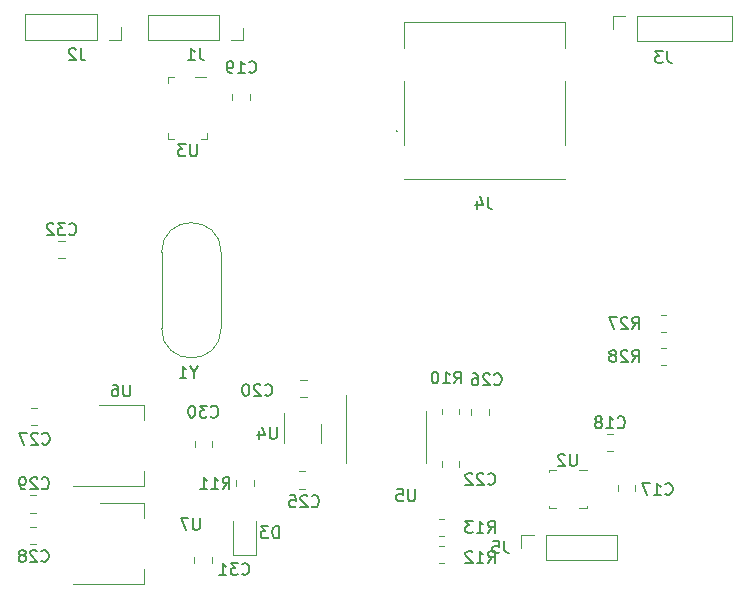
<source format=gbr>
%TF.GenerationSoftware,KiCad,Pcbnew,(6.0.2)*%
%TF.CreationDate,2022-10-19T15:06:20+05:30*%
%TF.ProjectId,flight_controller,666c6967-6874-45f6-936f-6e74726f6c6c,rev?*%
%TF.SameCoordinates,Original*%
%TF.FileFunction,Legend,Bot*%
%TF.FilePolarity,Positive*%
%FSLAX46Y46*%
G04 Gerber Fmt 4.6, Leading zero omitted, Abs format (unit mm)*
G04 Created by KiCad (PCBNEW (6.0.2)) date 2022-10-19 15:06:20*
%MOMM*%
%LPD*%
G01*
G04 APERTURE LIST*
%ADD10C,0.150000*%
%ADD11C,0.120000*%
%ADD12C,0.100000*%
G04 APERTURE END LIST*
D10*
%TO.C,J3*%
X112333333Y-103932380D02*
X112333333Y-104646666D01*
X112380952Y-104789523D01*
X112476190Y-104884761D01*
X112619047Y-104932380D01*
X112714285Y-104932380D01*
X111952380Y-103932380D02*
X111333333Y-103932380D01*
X111666666Y-104313333D01*
X111523809Y-104313333D01*
X111428571Y-104360952D01*
X111380952Y-104408571D01*
X111333333Y-104503809D01*
X111333333Y-104741904D01*
X111380952Y-104837142D01*
X111428571Y-104884761D01*
X111523809Y-104932380D01*
X111809523Y-104932380D01*
X111904761Y-104884761D01*
X111952380Y-104837142D01*
%TO.C,R13*%
X97162857Y-144724380D02*
X97496190Y-144248190D01*
X97734285Y-144724380D02*
X97734285Y-143724380D01*
X97353333Y-143724380D01*
X97258095Y-143772000D01*
X97210476Y-143819619D01*
X97162857Y-143914857D01*
X97162857Y-144057714D01*
X97210476Y-144152952D01*
X97258095Y-144200571D01*
X97353333Y-144248190D01*
X97734285Y-144248190D01*
X96210476Y-144724380D02*
X96781904Y-144724380D01*
X96496190Y-144724380D02*
X96496190Y-143724380D01*
X96591428Y-143867238D01*
X96686666Y-143962476D01*
X96781904Y-144010095D01*
X95877142Y-143724380D02*
X95258095Y-143724380D01*
X95591428Y-144105333D01*
X95448571Y-144105333D01*
X95353333Y-144152952D01*
X95305714Y-144200571D01*
X95258095Y-144295809D01*
X95258095Y-144533904D01*
X95305714Y-144629142D01*
X95353333Y-144676761D01*
X95448571Y-144724380D01*
X95734285Y-144724380D01*
X95829523Y-144676761D01*
X95877142Y-144629142D01*
%TO.C,J2*%
X62673333Y-103712380D02*
X62673333Y-104426666D01*
X62720952Y-104569523D01*
X62816190Y-104664761D01*
X62959047Y-104712380D01*
X63054285Y-104712380D01*
X62244761Y-103807619D02*
X62197142Y-103760000D01*
X62101904Y-103712380D01*
X61863809Y-103712380D01*
X61768571Y-103760000D01*
X61720952Y-103807619D01*
X61673333Y-103902857D01*
X61673333Y-103998095D01*
X61720952Y-104140952D01*
X62292380Y-104712380D01*
X61673333Y-104712380D01*
%TO.C,C18*%
X108142857Y-135777142D02*
X108190476Y-135824761D01*
X108333333Y-135872380D01*
X108428571Y-135872380D01*
X108571428Y-135824761D01*
X108666666Y-135729523D01*
X108714285Y-135634285D01*
X108761904Y-135443809D01*
X108761904Y-135300952D01*
X108714285Y-135110476D01*
X108666666Y-135015238D01*
X108571428Y-134920000D01*
X108428571Y-134872380D01*
X108333333Y-134872380D01*
X108190476Y-134920000D01*
X108142857Y-134967619D01*
X107190476Y-135872380D02*
X107761904Y-135872380D01*
X107476190Y-135872380D02*
X107476190Y-134872380D01*
X107571428Y-135015238D01*
X107666666Y-135110476D01*
X107761904Y-135158095D01*
X106619047Y-135300952D02*
X106714285Y-135253333D01*
X106761904Y-135205714D01*
X106809523Y-135110476D01*
X106809523Y-135062857D01*
X106761904Y-134967619D01*
X106714285Y-134920000D01*
X106619047Y-134872380D01*
X106428571Y-134872380D01*
X106333333Y-134920000D01*
X106285714Y-134967619D01*
X106238095Y-135062857D01*
X106238095Y-135110476D01*
X106285714Y-135205714D01*
X106333333Y-135253333D01*
X106428571Y-135300952D01*
X106619047Y-135300952D01*
X106714285Y-135348571D01*
X106761904Y-135396190D01*
X106809523Y-135491428D01*
X106809523Y-135681904D01*
X106761904Y-135777142D01*
X106714285Y-135824761D01*
X106619047Y-135872380D01*
X106428571Y-135872380D01*
X106333333Y-135824761D01*
X106285714Y-135777142D01*
X106238095Y-135681904D01*
X106238095Y-135491428D01*
X106285714Y-135396190D01*
X106333333Y-135348571D01*
X106428571Y-135300952D01*
%TO.C,C32*%
X61692857Y-119427142D02*
X61740476Y-119474761D01*
X61883333Y-119522380D01*
X61978571Y-119522380D01*
X62121428Y-119474761D01*
X62216666Y-119379523D01*
X62264285Y-119284285D01*
X62311904Y-119093809D01*
X62311904Y-118950952D01*
X62264285Y-118760476D01*
X62216666Y-118665238D01*
X62121428Y-118570000D01*
X61978571Y-118522380D01*
X61883333Y-118522380D01*
X61740476Y-118570000D01*
X61692857Y-118617619D01*
X61359523Y-118522380D02*
X60740476Y-118522380D01*
X61073809Y-118903333D01*
X60930952Y-118903333D01*
X60835714Y-118950952D01*
X60788095Y-118998571D01*
X60740476Y-119093809D01*
X60740476Y-119331904D01*
X60788095Y-119427142D01*
X60835714Y-119474761D01*
X60930952Y-119522380D01*
X61216666Y-119522380D01*
X61311904Y-119474761D01*
X61359523Y-119427142D01*
X60359523Y-118617619D02*
X60311904Y-118570000D01*
X60216666Y-118522380D01*
X59978571Y-118522380D01*
X59883333Y-118570000D01*
X59835714Y-118617619D01*
X59788095Y-118712857D01*
X59788095Y-118808095D01*
X59835714Y-118950952D01*
X60407142Y-119522380D01*
X59788095Y-119522380D01*
%TO.C,C29*%
X59382857Y-140937142D02*
X59430476Y-140984761D01*
X59573333Y-141032380D01*
X59668571Y-141032380D01*
X59811428Y-140984761D01*
X59906666Y-140889523D01*
X59954285Y-140794285D01*
X60001904Y-140603809D01*
X60001904Y-140460952D01*
X59954285Y-140270476D01*
X59906666Y-140175238D01*
X59811428Y-140080000D01*
X59668571Y-140032380D01*
X59573333Y-140032380D01*
X59430476Y-140080000D01*
X59382857Y-140127619D01*
X59001904Y-140127619D02*
X58954285Y-140080000D01*
X58859047Y-140032380D01*
X58620952Y-140032380D01*
X58525714Y-140080000D01*
X58478095Y-140127619D01*
X58430476Y-140222857D01*
X58430476Y-140318095D01*
X58478095Y-140460952D01*
X59049523Y-141032380D01*
X58430476Y-141032380D01*
X57954285Y-141032380D02*
X57763809Y-141032380D01*
X57668571Y-140984761D01*
X57620952Y-140937142D01*
X57525714Y-140794285D01*
X57478095Y-140603809D01*
X57478095Y-140222857D01*
X57525714Y-140127619D01*
X57573333Y-140080000D01*
X57668571Y-140032380D01*
X57859047Y-140032380D01*
X57954285Y-140080000D01*
X58001904Y-140127619D01*
X58049523Y-140222857D01*
X58049523Y-140460952D01*
X58001904Y-140556190D01*
X57954285Y-140603809D01*
X57859047Y-140651428D01*
X57668571Y-140651428D01*
X57573333Y-140603809D01*
X57525714Y-140556190D01*
X57478095Y-140460952D01*
%TO.C,C27*%
X59422857Y-137157142D02*
X59470476Y-137204761D01*
X59613333Y-137252380D01*
X59708571Y-137252380D01*
X59851428Y-137204761D01*
X59946666Y-137109523D01*
X59994285Y-137014285D01*
X60041904Y-136823809D01*
X60041904Y-136680952D01*
X59994285Y-136490476D01*
X59946666Y-136395238D01*
X59851428Y-136300000D01*
X59708571Y-136252380D01*
X59613333Y-136252380D01*
X59470476Y-136300000D01*
X59422857Y-136347619D01*
X59041904Y-136347619D02*
X58994285Y-136300000D01*
X58899047Y-136252380D01*
X58660952Y-136252380D01*
X58565714Y-136300000D01*
X58518095Y-136347619D01*
X58470476Y-136442857D01*
X58470476Y-136538095D01*
X58518095Y-136680952D01*
X59089523Y-137252380D01*
X58470476Y-137252380D01*
X58137142Y-136252380D02*
X57470476Y-136252380D01*
X57899047Y-137252380D01*
%TO.C,R11*%
X74702857Y-141022380D02*
X75036190Y-140546190D01*
X75274285Y-141022380D02*
X75274285Y-140022380D01*
X74893333Y-140022380D01*
X74798095Y-140070000D01*
X74750476Y-140117619D01*
X74702857Y-140212857D01*
X74702857Y-140355714D01*
X74750476Y-140450952D01*
X74798095Y-140498571D01*
X74893333Y-140546190D01*
X75274285Y-140546190D01*
X73750476Y-141022380D02*
X74321904Y-141022380D01*
X74036190Y-141022380D02*
X74036190Y-140022380D01*
X74131428Y-140165238D01*
X74226666Y-140260476D01*
X74321904Y-140308095D01*
X72798095Y-141022380D02*
X73369523Y-141022380D01*
X73083809Y-141022380D02*
X73083809Y-140022380D01*
X73179047Y-140165238D01*
X73274285Y-140260476D01*
X73369523Y-140308095D01*
%TO.C,C19*%
X76932857Y-105687142D02*
X76980476Y-105734761D01*
X77123333Y-105782380D01*
X77218571Y-105782380D01*
X77361428Y-105734761D01*
X77456666Y-105639523D01*
X77504285Y-105544285D01*
X77551904Y-105353809D01*
X77551904Y-105210952D01*
X77504285Y-105020476D01*
X77456666Y-104925238D01*
X77361428Y-104830000D01*
X77218571Y-104782380D01*
X77123333Y-104782380D01*
X76980476Y-104830000D01*
X76932857Y-104877619D01*
X75980476Y-105782380D02*
X76551904Y-105782380D01*
X76266190Y-105782380D02*
X76266190Y-104782380D01*
X76361428Y-104925238D01*
X76456666Y-105020476D01*
X76551904Y-105068095D01*
X75504285Y-105782380D02*
X75313809Y-105782380D01*
X75218571Y-105734761D01*
X75170952Y-105687142D01*
X75075714Y-105544285D01*
X75028095Y-105353809D01*
X75028095Y-104972857D01*
X75075714Y-104877619D01*
X75123333Y-104830000D01*
X75218571Y-104782380D01*
X75409047Y-104782380D01*
X75504285Y-104830000D01*
X75551904Y-104877619D01*
X75599523Y-104972857D01*
X75599523Y-105210952D01*
X75551904Y-105306190D01*
X75504285Y-105353809D01*
X75409047Y-105401428D01*
X75218571Y-105401428D01*
X75123333Y-105353809D01*
X75075714Y-105306190D01*
X75028095Y-105210952D01*
%TO.C,C25*%
X82242857Y-142457142D02*
X82290476Y-142504761D01*
X82433333Y-142552380D01*
X82528571Y-142552380D01*
X82671428Y-142504761D01*
X82766666Y-142409523D01*
X82814285Y-142314285D01*
X82861904Y-142123809D01*
X82861904Y-141980952D01*
X82814285Y-141790476D01*
X82766666Y-141695238D01*
X82671428Y-141600000D01*
X82528571Y-141552380D01*
X82433333Y-141552380D01*
X82290476Y-141600000D01*
X82242857Y-141647619D01*
X81861904Y-141647619D02*
X81814285Y-141600000D01*
X81719047Y-141552380D01*
X81480952Y-141552380D01*
X81385714Y-141600000D01*
X81338095Y-141647619D01*
X81290476Y-141742857D01*
X81290476Y-141838095D01*
X81338095Y-141980952D01*
X81909523Y-142552380D01*
X81290476Y-142552380D01*
X80385714Y-141552380D02*
X80861904Y-141552380D01*
X80909523Y-142028571D01*
X80861904Y-141980952D01*
X80766666Y-141933333D01*
X80528571Y-141933333D01*
X80433333Y-141980952D01*
X80385714Y-142028571D01*
X80338095Y-142123809D01*
X80338095Y-142361904D01*
X80385714Y-142457142D01*
X80433333Y-142504761D01*
X80528571Y-142552380D01*
X80766666Y-142552380D01*
X80861904Y-142504761D01*
X80909523Y-142457142D01*
%TO.C,C26*%
X97692857Y-132137142D02*
X97740476Y-132184761D01*
X97883333Y-132232380D01*
X97978571Y-132232380D01*
X98121428Y-132184761D01*
X98216666Y-132089523D01*
X98264285Y-131994285D01*
X98311904Y-131803809D01*
X98311904Y-131660952D01*
X98264285Y-131470476D01*
X98216666Y-131375238D01*
X98121428Y-131280000D01*
X97978571Y-131232380D01*
X97883333Y-131232380D01*
X97740476Y-131280000D01*
X97692857Y-131327619D01*
X97311904Y-131327619D02*
X97264285Y-131280000D01*
X97169047Y-131232380D01*
X96930952Y-131232380D01*
X96835714Y-131280000D01*
X96788095Y-131327619D01*
X96740476Y-131422857D01*
X96740476Y-131518095D01*
X96788095Y-131660952D01*
X97359523Y-132232380D01*
X96740476Y-132232380D01*
X95883333Y-131232380D02*
X96073809Y-131232380D01*
X96169047Y-131280000D01*
X96216666Y-131327619D01*
X96311904Y-131470476D01*
X96359523Y-131660952D01*
X96359523Y-132041904D01*
X96311904Y-132137142D01*
X96264285Y-132184761D01*
X96169047Y-132232380D01*
X95978571Y-132232380D01*
X95883333Y-132184761D01*
X95835714Y-132137142D01*
X95788095Y-132041904D01*
X95788095Y-131803809D01*
X95835714Y-131708571D01*
X95883333Y-131660952D01*
X95978571Y-131613333D01*
X96169047Y-131613333D01*
X96264285Y-131660952D01*
X96311904Y-131708571D01*
X96359523Y-131803809D01*
%TO.C,R28*%
X109354857Y-130246380D02*
X109688190Y-129770190D01*
X109926285Y-130246380D02*
X109926285Y-129246380D01*
X109545333Y-129246380D01*
X109450095Y-129294000D01*
X109402476Y-129341619D01*
X109354857Y-129436857D01*
X109354857Y-129579714D01*
X109402476Y-129674952D01*
X109450095Y-129722571D01*
X109545333Y-129770190D01*
X109926285Y-129770190D01*
X108973904Y-129341619D02*
X108926285Y-129294000D01*
X108831047Y-129246380D01*
X108592952Y-129246380D01*
X108497714Y-129294000D01*
X108450095Y-129341619D01*
X108402476Y-129436857D01*
X108402476Y-129532095D01*
X108450095Y-129674952D01*
X109021523Y-130246380D01*
X108402476Y-130246380D01*
X107831047Y-129674952D02*
X107926285Y-129627333D01*
X107973904Y-129579714D01*
X108021523Y-129484476D01*
X108021523Y-129436857D01*
X107973904Y-129341619D01*
X107926285Y-129294000D01*
X107831047Y-129246380D01*
X107640571Y-129246380D01*
X107545333Y-129294000D01*
X107497714Y-129341619D01*
X107450095Y-129436857D01*
X107450095Y-129484476D01*
X107497714Y-129579714D01*
X107545333Y-129627333D01*
X107640571Y-129674952D01*
X107831047Y-129674952D01*
X107926285Y-129722571D01*
X107973904Y-129770190D01*
X108021523Y-129865428D01*
X108021523Y-130055904D01*
X107973904Y-130151142D01*
X107926285Y-130198761D01*
X107831047Y-130246380D01*
X107640571Y-130246380D01*
X107545333Y-130198761D01*
X107497714Y-130151142D01*
X107450095Y-130055904D01*
X107450095Y-129865428D01*
X107497714Y-129770190D01*
X107545333Y-129722571D01*
X107640571Y-129674952D01*
%TO.C,U5*%
X90981904Y-141042380D02*
X90981904Y-141851904D01*
X90934285Y-141947142D01*
X90886666Y-141994761D01*
X90791428Y-142042380D01*
X90600952Y-142042380D01*
X90505714Y-141994761D01*
X90458095Y-141947142D01*
X90410476Y-141851904D01*
X90410476Y-141042380D01*
X89458095Y-141042380D02*
X89934285Y-141042380D01*
X89981904Y-141518571D01*
X89934285Y-141470952D01*
X89839047Y-141423333D01*
X89600952Y-141423333D01*
X89505714Y-141470952D01*
X89458095Y-141518571D01*
X89410476Y-141613809D01*
X89410476Y-141851904D01*
X89458095Y-141947142D01*
X89505714Y-141994761D01*
X89600952Y-142042380D01*
X89839047Y-142042380D01*
X89934285Y-141994761D01*
X89981904Y-141947142D01*
%TO.C,U4*%
X79261904Y-135772380D02*
X79261904Y-136581904D01*
X79214285Y-136677142D01*
X79166666Y-136724761D01*
X79071428Y-136772380D01*
X78880952Y-136772380D01*
X78785714Y-136724761D01*
X78738095Y-136677142D01*
X78690476Y-136581904D01*
X78690476Y-135772380D01*
X77785714Y-136105714D02*
X77785714Y-136772380D01*
X78023809Y-135724761D02*
X78261904Y-136439047D01*
X77642857Y-136439047D01*
%TO.C,C22*%
X97162857Y-140565142D02*
X97210476Y-140612761D01*
X97353333Y-140660380D01*
X97448571Y-140660380D01*
X97591428Y-140612761D01*
X97686666Y-140517523D01*
X97734285Y-140422285D01*
X97781904Y-140231809D01*
X97781904Y-140088952D01*
X97734285Y-139898476D01*
X97686666Y-139803238D01*
X97591428Y-139708000D01*
X97448571Y-139660380D01*
X97353333Y-139660380D01*
X97210476Y-139708000D01*
X97162857Y-139755619D01*
X96781904Y-139755619D02*
X96734285Y-139708000D01*
X96639047Y-139660380D01*
X96400952Y-139660380D01*
X96305714Y-139708000D01*
X96258095Y-139755619D01*
X96210476Y-139850857D01*
X96210476Y-139946095D01*
X96258095Y-140088952D01*
X96829523Y-140660380D01*
X96210476Y-140660380D01*
X95829523Y-139755619D02*
X95781904Y-139708000D01*
X95686666Y-139660380D01*
X95448571Y-139660380D01*
X95353333Y-139708000D01*
X95305714Y-139755619D01*
X95258095Y-139850857D01*
X95258095Y-139946095D01*
X95305714Y-140088952D01*
X95877142Y-140660380D01*
X95258095Y-140660380D01*
%TO.C,Y1*%
X72256190Y-131126190D02*
X72256190Y-131602380D01*
X72589523Y-130602380D02*
X72256190Y-131126190D01*
X71922857Y-130602380D01*
X71065714Y-131602380D02*
X71637142Y-131602380D01*
X71351428Y-131602380D02*
X71351428Y-130602380D01*
X71446666Y-130745238D01*
X71541904Y-130840476D01*
X71637142Y-130888095D01*
%TO.C,C20*%
X78282857Y-133027142D02*
X78330476Y-133074761D01*
X78473333Y-133122380D01*
X78568571Y-133122380D01*
X78711428Y-133074761D01*
X78806666Y-132979523D01*
X78854285Y-132884285D01*
X78901904Y-132693809D01*
X78901904Y-132550952D01*
X78854285Y-132360476D01*
X78806666Y-132265238D01*
X78711428Y-132170000D01*
X78568571Y-132122380D01*
X78473333Y-132122380D01*
X78330476Y-132170000D01*
X78282857Y-132217619D01*
X77901904Y-132217619D02*
X77854285Y-132170000D01*
X77759047Y-132122380D01*
X77520952Y-132122380D01*
X77425714Y-132170000D01*
X77378095Y-132217619D01*
X77330476Y-132312857D01*
X77330476Y-132408095D01*
X77378095Y-132550952D01*
X77949523Y-133122380D01*
X77330476Y-133122380D01*
X76711428Y-132122380D02*
X76616190Y-132122380D01*
X76520952Y-132170000D01*
X76473333Y-132217619D01*
X76425714Y-132312857D01*
X76378095Y-132503333D01*
X76378095Y-132741428D01*
X76425714Y-132931904D01*
X76473333Y-133027142D01*
X76520952Y-133074761D01*
X76616190Y-133122380D01*
X76711428Y-133122380D01*
X76806666Y-133074761D01*
X76854285Y-133027142D01*
X76901904Y-132931904D01*
X76949523Y-132741428D01*
X76949523Y-132503333D01*
X76901904Y-132312857D01*
X76854285Y-132217619D01*
X76806666Y-132170000D01*
X76711428Y-132122380D01*
%TO.C,C17*%
X112172857Y-141427142D02*
X112220476Y-141474761D01*
X112363333Y-141522380D01*
X112458571Y-141522380D01*
X112601428Y-141474761D01*
X112696666Y-141379523D01*
X112744285Y-141284285D01*
X112791904Y-141093809D01*
X112791904Y-140950952D01*
X112744285Y-140760476D01*
X112696666Y-140665238D01*
X112601428Y-140570000D01*
X112458571Y-140522380D01*
X112363333Y-140522380D01*
X112220476Y-140570000D01*
X112172857Y-140617619D01*
X111220476Y-141522380D02*
X111791904Y-141522380D01*
X111506190Y-141522380D02*
X111506190Y-140522380D01*
X111601428Y-140665238D01*
X111696666Y-140760476D01*
X111791904Y-140808095D01*
X110887142Y-140522380D02*
X110220476Y-140522380D01*
X110649047Y-141522380D01*
%TO.C,U2*%
X104661904Y-138052380D02*
X104661904Y-138861904D01*
X104614285Y-138957142D01*
X104566666Y-139004761D01*
X104471428Y-139052380D01*
X104280952Y-139052380D01*
X104185714Y-139004761D01*
X104138095Y-138957142D01*
X104090476Y-138861904D01*
X104090476Y-138052380D01*
X103661904Y-138147619D02*
X103614285Y-138100000D01*
X103519047Y-138052380D01*
X103280952Y-138052380D01*
X103185714Y-138100000D01*
X103138095Y-138147619D01*
X103090476Y-138242857D01*
X103090476Y-138338095D01*
X103138095Y-138480952D01*
X103709523Y-139052380D01*
X103090476Y-139052380D01*
%TO.C,C30*%
X73702857Y-134877142D02*
X73750476Y-134924761D01*
X73893333Y-134972380D01*
X73988571Y-134972380D01*
X74131428Y-134924761D01*
X74226666Y-134829523D01*
X74274285Y-134734285D01*
X74321904Y-134543809D01*
X74321904Y-134400952D01*
X74274285Y-134210476D01*
X74226666Y-134115238D01*
X74131428Y-134020000D01*
X73988571Y-133972380D01*
X73893333Y-133972380D01*
X73750476Y-134020000D01*
X73702857Y-134067619D01*
X73369523Y-133972380D02*
X72750476Y-133972380D01*
X73083809Y-134353333D01*
X72940952Y-134353333D01*
X72845714Y-134400952D01*
X72798095Y-134448571D01*
X72750476Y-134543809D01*
X72750476Y-134781904D01*
X72798095Y-134877142D01*
X72845714Y-134924761D01*
X72940952Y-134972380D01*
X73226666Y-134972380D01*
X73321904Y-134924761D01*
X73369523Y-134877142D01*
X72131428Y-133972380D02*
X72036190Y-133972380D01*
X71940952Y-134020000D01*
X71893333Y-134067619D01*
X71845714Y-134162857D01*
X71798095Y-134353333D01*
X71798095Y-134591428D01*
X71845714Y-134781904D01*
X71893333Y-134877142D01*
X71940952Y-134924761D01*
X72036190Y-134972380D01*
X72131428Y-134972380D01*
X72226666Y-134924761D01*
X72274285Y-134877142D01*
X72321904Y-134781904D01*
X72369523Y-134591428D01*
X72369523Y-134353333D01*
X72321904Y-134162857D01*
X72274285Y-134067619D01*
X72226666Y-134020000D01*
X72131428Y-133972380D01*
%TO.C,R10*%
X94302857Y-132082380D02*
X94636190Y-131606190D01*
X94874285Y-132082380D02*
X94874285Y-131082380D01*
X94493333Y-131082380D01*
X94398095Y-131130000D01*
X94350476Y-131177619D01*
X94302857Y-131272857D01*
X94302857Y-131415714D01*
X94350476Y-131510952D01*
X94398095Y-131558571D01*
X94493333Y-131606190D01*
X94874285Y-131606190D01*
X93350476Y-132082380D02*
X93921904Y-132082380D01*
X93636190Y-132082380D02*
X93636190Y-131082380D01*
X93731428Y-131225238D01*
X93826666Y-131320476D01*
X93921904Y-131368095D01*
X92731428Y-131082380D02*
X92636190Y-131082380D01*
X92540952Y-131130000D01*
X92493333Y-131177619D01*
X92445714Y-131272857D01*
X92398095Y-131463333D01*
X92398095Y-131701428D01*
X92445714Y-131891904D01*
X92493333Y-131987142D01*
X92540952Y-132034761D01*
X92636190Y-132082380D01*
X92731428Y-132082380D01*
X92826666Y-132034761D01*
X92874285Y-131987142D01*
X92921904Y-131891904D01*
X92969523Y-131701428D01*
X92969523Y-131463333D01*
X92921904Y-131272857D01*
X92874285Y-131177619D01*
X92826666Y-131130000D01*
X92731428Y-131082380D01*
%TO.C,C31*%
X76332857Y-148207142D02*
X76380476Y-148254761D01*
X76523333Y-148302380D01*
X76618571Y-148302380D01*
X76761428Y-148254761D01*
X76856666Y-148159523D01*
X76904285Y-148064285D01*
X76951904Y-147873809D01*
X76951904Y-147730952D01*
X76904285Y-147540476D01*
X76856666Y-147445238D01*
X76761428Y-147350000D01*
X76618571Y-147302380D01*
X76523333Y-147302380D01*
X76380476Y-147350000D01*
X76332857Y-147397619D01*
X75999523Y-147302380D02*
X75380476Y-147302380D01*
X75713809Y-147683333D01*
X75570952Y-147683333D01*
X75475714Y-147730952D01*
X75428095Y-147778571D01*
X75380476Y-147873809D01*
X75380476Y-148111904D01*
X75428095Y-148207142D01*
X75475714Y-148254761D01*
X75570952Y-148302380D01*
X75856666Y-148302380D01*
X75951904Y-148254761D01*
X75999523Y-148207142D01*
X74428095Y-148302380D02*
X74999523Y-148302380D01*
X74713809Y-148302380D02*
X74713809Y-147302380D01*
X74809047Y-147445238D01*
X74904285Y-147540476D01*
X74999523Y-147588095D01*
%TO.C,J1*%
X72763333Y-103692380D02*
X72763333Y-104406666D01*
X72810952Y-104549523D01*
X72906190Y-104644761D01*
X73049047Y-104692380D01*
X73144285Y-104692380D01*
X71763333Y-104692380D02*
X72334761Y-104692380D01*
X72049047Y-104692380D02*
X72049047Y-103692380D01*
X72144285Y-103835238D01*
X72239523Y-103930476D01*
X72334761Y-103978095D01*
%TO.C,C28*%
X59342857Y-147087142D02*
X59390476Y-147134761D01*
X59533333Y-147182380D01*
X59628571Y-147182380D01*
X59771428Y-147134761D01*
X59866666Y-147039523D01*
X59914285Y-146944285D01*
X59961904Y-146753809D01*
X59961904Y-146610952D01*
X59914285Y-146420476D01*
X59866666Y-146325238D01*
X59771428Y-146230000D01*
X59628571Y-146182380D01*
X59533333Y-146182380D01*
X59390476Y-146230000D01*
X59342857Y-146277619D01*
X58961904Y-146277619D02*
X58914285Y-146230000D01*
X58819047Y-146182380D01*
X58580952Y-146182380D01*
X58485714Y-146230000D01*
X58438095Y-146277619D01*
X58390476Y-146372857D01*
X58390476Y-146468095D01*
X58438095Y-146610952D01*
X59009523Y-147182380D01*
X58390476Y-147182380D01*
X57819047Y-146610952D02*
X57914285Y-146563333D01*
X57961904Y-146515714D01*
X58009523Y-146420476D01*
X58009523Y-146372857D01*
X57961904Y-146277619D01*
X57914285Y-146230000D01*
X57819047Y-146182380D01*
X57628571Y-146182380D01*
X57533333Y-146230000D01*
X57485714Y-146277619D01*
X57438095Y-146372857D01*
X57438095Y-146420476D01*
X57485714Y-146515714D01*
X57533333Y-146563333D01*
X57628571Y-146610952D01*
X57819047Y-146610952D01*
X57914285Y-146658571D01*
X57961904Y-146706190D01*
X58009523Y-146801428D01*
X58009523Y-146991904D01*
X57961904Y-147087142D01*
X57914285Y-147134761D01*
X57819047Y-147182380D01*
X57628571Y-147182380D01*
X57533333Y-147134761D01*
X57485714Y-147087142D01*
X57438095Y-146991904D01*
X57438095Y-146801428D01*
X57485714Y-146706190D01*
X57533333Y-146658571D01*
X57628571Y-146610952D01*
%TO.C,R12*%
X97162857Y-147264380D02*
X97496190Y-146788190D01*
X97734285Y-147264380D02*
X97734285Y-146264380D01*
X97353333Y-146264380D01*
X97258095Y-146312000D01*
X97210476Y-146359619D01*
X97162857Y-146454857D01*
X97162857Y-146597714D01*
X97210476Y-146692952D01*
X97258095Y-146740571D01*
X97353333Y-146788190D01*
X97734285Y-146788190D01*
X96210476Y-147264380D02*
X96781904Y-147264380D01*
X96496190Y-147264380D02*
X96496190Y-146264380D01*
X96591428Y-146407238D01*
X96686666Y-146502476D01*
X96781904Y-146550095D01*
X95829523Y-146359619D02*
X95781904Y-146312000D01*
X95686666Y-146264380D01*
X95448571Y-146264380D01*
X95353333Y-146312000D01*
X95305714Y-146359619D01*
X95258095Y-146454857D01*
X95258095Y-146550095D01*
X95305714Y-146692952D01*
X95877142Y-147264380D01*
X95258095Y-147264380D01*
%TO.C,U3*%
X72511904Y-111832380D02*
X72511904Y-112641904D01*
X72464285Y-112737142D01*
X72416666Y-112784761D01*
X72321428Y-112832380D01*
X72130952Y-112832380D01*
X72035714Y-112784761D01*
X71988095Y-112737142D01*
X71940476Y-112641904D01*
X71940476Y-111832380D01*
X71559523Y-111832380D02*
X70940476Y-111832380D01*
X71273809Y-112213333D01*
X71130952Y-112213333D01*
X71035714Y-112260952D01*
X70988095Y-112308571D01*
X70940476Y-112403809D01*
X70940476Y-112641904D01*
X70988095Y-112737142D01*
X71035714Y-112784761D01*
X71130952Y-112832380D01*
X71416666Y-112832380D01*
X71511904Y-112784761D01*
X71559523Y-112737142D01*
%TO.C,D3*%
X79458095Y-145172380D02*
X79458095Y-144172380D01*
X79220000Y-144172380D01*
X79077142Y-144220000D01*
X78981904Y-144315238D01*
X78934285Y-144410476D01*
X78886666Y-144600952D01*
X78886666Y-144743809D01*
X78934285Y-144934285D01*
X78981904Y-145029523D01*
X79077142Y-145124761D01*
X79220000Y-145172380D01*
X79458095Y-145172380D01*
X78553333Y-144172380D02*
X77934285Y-144172380D01*
X78267619Y-144553333D01*
X78124761Y-144553333D01*
X78029523Y-144600952D01*
X77981904Y-144648571D01*
X77934285Y-144743809D01*
X77934285Y-144981904D01*
X77981904Y-145077142D01*
X78029523Y-145124761D01*
X78124761Y-145172380D01*
X78410476Y-145172380D01*
X78505714Y-145124761D01*
X78553333Y-145077142D01*
%TO.C,U7*%
X72751904Y-143492380D02*
X72751904Y-144301904D01*
X72704285Y-144397142D01*
X72656666Y-144444761D01*
X72561428Y-144492380D01*
X72370952Y-144492380D01*
X72275714Y-144444761D01*
X72228095Y-144397142D01*
X72180476Y-144301904D01*
X72180476Y-143492380D01*
X71799523Y-143492380D02*
X71132857Y-143492380D01*
X71561428Y-144492380D01*
%TO.C,J5*%
X98543333Y-145432380D02*
X98543333Y-146146666D01*
X98590952Y-146289523D01*
X98686190Y-146384761D01*
X98829047Y-146432380D01*
X98924285Y-146432380D01*
X97590952Y-145432380D02*
X98067142Y-145432380D01*
X98114761Y-145908571D01*
X98067142Y-145860952D01*
X97971904Y-145813333D01*
X97733809Y-145813333D01*
X97638571Y-145860952D01*
X97590952Y-145908571D01*
X97543333Y-146003809D01*
X97543333Y-146241904D01*
X97590952Y-146337142D01*
X97638571Y-146384761D01*
X97733809Y-146432380D01*
X97971904Y-146432380D01*
X98067142Y-146384761D01*
X98114761Y-146337142D01*
%TO.C,J4*%
X97133333Y-116292380D02*
X97133333Y-117006666D01*
X97180952Y-117149523D01*
X97276190Y-117244761D01*
X97419047Y-117292380D01*
X97514285Y-117292380D01*
X96228571Y-116625714D02*
X96228571Y-117292380D01*
X96466666Y-116244761D02*
X96704761Y-116959047D01*
X96085714Y-116959047D01*
%TO.C,U6*%
X66861904Y-132182380D02*
X66861904Y-132991904D01*
X66814285Y-133087142D01*
X66766666Y-133134761D01*
X66671428Y-133182380D01*
X66480952Y-133182380D01*
X66385714Y-133134761D01*
X66338095Y-133087142D01*
X66290476Y-132991904D01*
X66290476Y-132182380D01*
X65385714Y-132182380D02*
X65576190Y-132182380D01*
X65671428Y-132230000D01*
X65719047Y-132277619D01*
X65814285Y-132420476D01*
X65861904Y-132610952D01*
X65861904Y-132991904D01*
X65814285Y-133087142D01*
X65766666Y-133134761D01*
X65671428Y-133182380D01*
X65480952Y-133182380D01*
X65385714Y-133134761D01*
X65338095Y-133087142D01*
X65290476Y-132991904D01*
X65290476Y-132753809D01*
X65338095Y-132658571D01*
X65385714Y-132610952D01*
X65480952Y-132563333D01*
X65671428Y-132563333D01*
X65766666Y-132610952D01*
X65814285Y-132658571D01*
X65861904Y-132753809D01*
%TO.C,R27*%
X109354857Y-127452380D02*
X109688190Y-126976190D01*
X109926285Y-127452380D02*
X109926285Y-126452380D01*
X109545333Y-126452380D01*
X109450095Y-126500000D01*
X109402476Y-126547619D01*
X109354857Y-126642857D01*
X109354857Y-126785714D01*
X109402476Y-126880952D01*
X109450095Y-126928571D01*
X109545333Y-126976190D01*
X109926285Y-126976190D01*
X108973904Y-126547619D02*
X108926285Y-126500000D01*
X108831047Y-126452380D01*
X108592952Y-126452380D01*
X108497714Y-126500000D01*
X108450095Y-126547619D01*
X108402476Y-126642857D01*
X108402476Y-126738095D01*
X108450095Y-126880952D01*
X109021523Y-127452380D01*
X108402476Y-127452380D01*
X108069142Y-126452380D02*
X107402476Y-126452380D01*
X107831047Y-127452380D01*
D11*
%TO.C,J3*%
X109800000Y-100990000D02*
X117860000Y-100990000D01*
X108800000Y-100990000D02*
X107740000Y-100990000D01*
X107740000Y-100990000D02*
X107740000Y-102050000D01*
X109800000Y-100990000D02*
X109800000Y-103110000D01*
X109800000Y-103110000D02*
X117860000Y-103110000D01*
X117860000Y-100990000D02*
X117860000Y-103110000D01*
%TO.C,R13*%
X93461064Y-143537000D02*
X93006936Y-143537000D01*
X93461064Y-145007000D02*
X93006936Y-145007000D01*
%TO.C,J2*%
X65050000Y-102960000D02*
X66110000Y-102960000D01*
X64050000Y-102960000D02*
X57990000Y-102960000D01*
X57990000Y-102960000D02*
X57990000Y-100840000D01*
X64050000Y-100840000D02*
X57990000Y-100840000D01*
X66110000Y-102960000D02*
X66110000Y-101900000D01*
X64050000Y-102960000D02*
X64050000Y-100840000D01*
%TO.C,C18*%
X107761252Y-137835000D02*
X107238748Y-137835000D01*
X107761252Y-136365000D02*
X107238748Y-136365000D01*
%TO.C,C32*%
X61311252Y-121485000D02*
X60788748Y-121485000D01*
X61311252Y-120015000D02*
X60788748Y-120015000D01*
%TO.C,C29*%
X58911252Y-143035000D02*
X58388748Y-143035000D01*
X58911252Y-141565000D02*
X58388748Y-141565000D01*
%TO.C,C27*%
X59011252Y-135635000D02*
X58488748Y-135635000D01*
X59011252Y-134165000D02*
X58488748Y-134165000D01*
%TO.C,R11*%
X77335000Y-140272936D02*
X77335000Y-140727064D01*
X75865000Y-140272936D02*
X75865000Y-140727064D01*
%TO.C,C19*%
X75515000Y-107588748D02*
X75515000Y-108111252D01*
X76985000Y-107588748D02*
X76985000Y-108111252D01*
%TO.C,C25*%
X81138748Y-139515000D02*
X81661252Y-139515000D01*
X81138748Y-140985000D02*
X81661252Y-140985000D01*
%TO.C,C26*%
X95765000Y-134761252D02*
X95765000Y-134238748D01*
X97235000Y-134761252D02*
X97235000Y-134238748D01*
%TO.C,R28*%
X111786936Y-129059000D02*
X112241064Y-129059000D01*
X111786936Y-130529000D02*
X112241064Y-130529000D01*
%TO.C,U5*%
X91885000Y-136650000D02*
X91885000Y-138850000D01*
X85115000Y-136650000D02*
X85115000Y-133050000D01*
X85115000Y-136650000D02*
X85115000Y-138850000D01*
X91885000Y-136650000D02*
X91885000Y-134450000D01*
%TO.C,U4*%
X79890000Y-136350000D02*
X79890000Y-134550000D01*
X79890000Y-136350000D02*
X79890000Y-137150000D01*
X83010000Y-136350000D02*
X83010000Y-137150000D01*
X83010000Y-136350000D02*
X83010000Y-135550000D01*
%TO.C,C22*%
X94735000Y-138638748D02*
X94735000Y-139161252D01*
X93265000Y-138638748D02*
X93265000Y-139161252D01*
%TO.C,Y1*%
X69525000Y-120990000D02*
X69525000Y-127390000D01*
X74575000Y-120990000D02*
X74575000Y-127390000D01*
X69525000Y-127390000D02*
G75*
G03*
X74575000Y-127390000I2525000J0D01*
G01*
X74575000Y-120990000D02*
G75*
G03*
X69525000Y-120990000I-2525000J0D01*
G01*
%TO.C,C20*%
X81288748Y-133235000D02*
X81811252Y-133235000D01*
X81288748Y-131765000D02*
X81811252Y-131765000D01*
%TO.C,C17*%
X109635000Y-140688748D02*
X109635000Y-141211252D01*
X108165000Y-140688748D02*
X108165000Y-141211252D01*
%TO.C,U2*%
X104835000Y-142660000D02*
X105510000Y-142660000D01*
X104835000Y-139440000D02*
X105510000Y-139440000D01*
X105510000Y-142660000D02*
X105510000Y-142485000D01*
X102290000Y-139440000D02*
X102290000Y-139615000D01*
X102965000Y-139440000D02*
X102290000Y-139440000D01*
X102290000Y-142660000D02*
X102290000Y-142485000D01*
X102965000Y-142660000D02*
X102290000Y-142660000D01*
%TO.C,C30*%
X72365000Y-137461252D02*
X72365000Y-136938748D01*
X73835000Y-137461252D02*
X73835000Y-136938748D01*
%TO.C,R10*%
X94735000Y-134677064D02*
X94735000Y-134222936D01*
X93265000Y-134677064D02*
X93265000Y-134222936D01*
%TO.C,C31*%
X72315000Y-146788748D02*
X72315000Y-147311252D01*
X73785000Y-146788748D02*
X73785000Y-147311252D01*
%TO.C,J1*%
X76460000Y-103010000D02*
X76460000Y-101950000D01*
X68340000Y-103010000D02*
X68340000Y-100890000D01*
X74400000Y-103010000D02*
X68340000Y-103010000D01*
X75400000Y-103010000D02*
X76460000Y-103010000D01*
X74400000Y-103010000D02*
X74400000Y-100890000D01*
X74400000Y-100890000D02*
X68340000Y-100890000D01*
%TO.C,C28*%
X58911252Y-144215000D02*
X58388748Y-144215000D01*
X58911252Y-145685000D02*
X58388748Y-145685000D01*
%TO.C,R12*%
X93445064Y-147293000D02*
X92990936Y-147293000D01*
X93445064Y-145823000D02*
X92990936Y-145823000D01*
%TO.C,U3*%
X72900000Y-111350000D02*
X73400000Y-111350000D01*
X70100000Y-111350000D02*
X70600000Y-111350000D01*
X70600000Y-106150000D02*
X70100000Y-106150000D01*
X73300000Y-106150000D02*
X72350000Y-106150000D01*
X70100000Y-106150000D02*
X70100000Y-106650000D01*
X70100000Y-110850000D02*
X70100000Y-111350000D01*
X73400000Y-111350000D02*
X73400000Y-110850000D01*
%TO.C,D3*%
X77510000Y-143750000D02*
X77510000Y-146610000D01*
X77510000Y-146610000D02*
X75590000Y-146610000D01*
X75590000Y-146610000D02*
X75590000Y-143750000D01*
%TO.C,U7*%
X64300000Y-142240000D02*
X68060000Y-142240000D01*
X68060000Y-142240000D02*
X68060000Y-143500000D01*
X62050000Y-149060000D02*
X68060000Y-149060000D01*
X68060000Y-149060000D02*
X68060000Y-147800000D01*
%TO.C,J5*%
X101050000Y-144940000D02*
X99990000Y-144940000D01*
X102050000Y-147060000D02*
X108110000Y-147060000D01*
X102050000Y-144940000D02*
X102050000Y-147060000D01*
X99990000Y-144940000D02*
X99990000Y-146000000D01*
X108110000Y-144940000D02*
X108110000Y-147060000D01*
X102050000Y-144940000D02*
X108110000Y-144940000D01*
D12*
%TO.C,J4*%
X90050000Y-101450000D02*
X103650000Y-101450000D01*
X89350000Y-110700000D02*
X89350000Y-110700000D01*
X90050000Y-106500000D02*
X90050000Y-111900000D01*
X90050000Y-114750000D02*
X103650000Y-114750000D01*
X90050000Y-103700000D02*
X90050000Y-101450000D01*
X103650000Y-101450000D02*
X103650000Y-103700000D01*
X103650000Y-106500000D02*
X103650000Y-111900000D01*
X89450000Y-110700000D02*
X89450000Y-110700000D01*
X89350000Y-110700000D02*
G75*
G03*
X89450000Y-110700000I50000J0D01*
G01*
X89450000Y-110700000D02*
G75*
G03*
X89350000Y-110700000I-50000J0D01*
G01*
D11*
%TO.C,U6*%
X62000000Y-140760000D02*
X68010000Y-140760000D01*
X68010000Y-133940000D02*
X68010000Y-135200000D01*
X68010000Y-140760000D02*
X68010000Y-139500000D01*
X64250000Y-133940000D02*
X68010000Y-133940000D01*
%TO.C,R27*%
X111802936Y-127735000D02*
X112257064Y-127735000D01*
X111802936Y-126265000D02*
X112257064Y-126265000D01*
%TD*%
M02*

</source>
